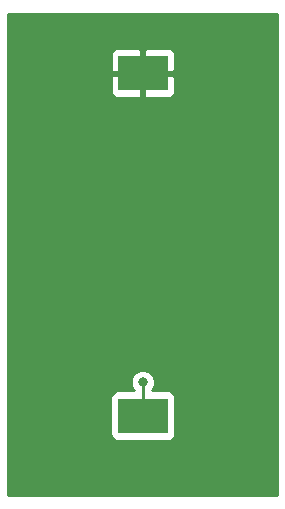
<source format=gbr>
G04 #@! TF.GenerationSoftware,KiCad,Pcbnew,(5.0.0)*
G04 #@! TF.CreationDate,2018-10-15T00:14:37+02:00*
G04 #@! TF.ProjectId,GettingToBlinky,47657474696E67546F426C696E6B792E,rev?*
G04 #@! TF.SameCoordinates,Original*
G04 #@! TF.FileFunction,Copper,L2,Bot,Signal*
G04 #@! TF.FilePolarity,Positive*
%FSLAX46Y46*%
G04 Gerber Fmt 4.6, Leading zero omitted, Abs format (unit mm)*
G04 Created by KiCad (PCBNEW (5.0.0)) date 10/15/18 00:14:37*
%MOMM*%
%LPD*%
G01*
G04 APERTURE LIST*
G04 #@! TA.AperFunction,SMDPad,CuDef*
%ADD10R,4.200000X3.000000*%
G04 #@! TD*
G04 #@! TA.AperFunction,ViaPad*
%ADD11C,0.800000*%
G04 #@! TD*
G04 #@! TA.AperFunction,Conductor*
%ADD12C,0.250000*%
G04 #@! TD*
G04 #@! TA.AperFunction,Conductor*
%ADD13C,0.254000*%
G04 #@! TD*
G04 APERTURE END LIST*
D10*
G04 #@! TO.P,BT1,1*
G04 #@! TO.N,/VDD*
X185900000Y-103050000D03*
G04 #@! TO.P,BT1,2*
G04 #@! TO.N,GND*
X185900000Y-132050000D03*
G04 #@! TD*
D11*
G04 #@! TO.N,/VDD*
X189150000Y-115350000D03*
X191500000Y-112250000D03*
X181150000Y-122650000D03*
G04 #@! TO.N,GND*
X185900000Y-129200000D03*
G04 #@! TD*
D12*
G04 #@! TO.N,/VDD*
X191500000Y-112250000D02*
X191600000Y-112150000D01*
G04 #@! TO.N,GND*
X185900000Y-132050000D02*
X185900000Y-129200000D01*
G04 #@! TD*
D13*
G04 #@! TO.N,/VDD*
G36*
X197290001Y-138790000D02*
X174510000Y-138790000D01*
X174510000Y-130550000D01*
X183152560Y-130550000D01*
X183152560Y-133550000D01*
X183201843Y-133797765D01*
X183342191Y-134007809D01*
X183552235Y-134148157D01*
X183800000Y-134197440D01*
X188000000Y-134197440D01*
X188247765Y-134148157D01*
X188457809Y-134007809D01*
X188598157Y-133797765D01*
X188647440Y-133550000D01*
X188647440Y-130550000D01*
X188598157Y-130302235D01*
X188457809Y-130092191D01*
X188247765Y-129951843D01*
X188000000Y-129902560D01*
X186661151Y-129902560D01*
X186777431Y-129786280D01*
X186935000Y-129405874D01*
X186935000Y-128994126D01*
X186777431Y-128613720D01*
X186486280Y-128322569D01*
X186105874Y-128165000D01*
X185694126Y-128165000D01*
X185313720Y-128322569D01*
X185022569Y-128613720D01*
X184865000Y-128994126D01*
X184865000Y-129405874D01*
X185022569Y-129786280D01*
X185138849Y-129902560D01*
X183800000Y-129902560D01*
X183552235Y-129951843D01*
X183342191Y-130092191D01*
X183201843Y-130302235D01*
X183152560Y-130550000D01*
X174510000Y-130550000D01*
X174510000Y-103335750D01*
X183165000Y-103335750D01*
X183165000Y-104676310D01*
X183261673Y-104909699D01*
X183440302Y-105088327D01*
X183673691Y-105185000D01*
X185614250Y-105185000D01*
X185773000Y-105026250D01*
X185773000Y-103177000D01*
X186027000Y-103177000D01*
X186027000Y-105026250D01*
X186185750Y-105185000D01*
X188126309Y-105185000D01*
X188359698Y-105088327D01*
X188538327Y-104909699D01*
X188635000Y-104676310D01*
X188635000Y-103335750D01*
X188476250Y-103177000D01*
X186027000Y-103177000D01*
X185773000Y-103177000D01*
X183323750Y-103177000D01*
X183165000Y-103335750D01*
X174510000Y-103335750D01*
X174510000Y-101423690D01*
X183165000Y-101423690D01*
X183165000Y-102764250D01*
X183323750Y-102923000D01*
X185773000Y-102923000D01*
X185773000Y-101073750D01*
X186027000Y-101073750D01*
X186027000Y-102923000D01*
X188476250Y-102923000D01*
X188635000Y-102764250D01*
X188635000Y-101423690D01*
X188538327Y-101190301D01*
X188359698Y-101011673D01*
X188126309Y-100915000D01*
X186185750Y-100915000D01*
X186027000Y-101073750D01*
X185773000Y-101073750D01*
X185614250Y-100915000D01*
X183673691Y-100915000D01*
X183440302Y-101011673D01*
X183261673Y-101190301D01*
X183165000Y-101423690D01*
X174510000Y-101423690D01*
X174510000Y-98010000D01*
X197290000Y-98010000D01*
X197290001Y-138790000D01*
X197290001Y-138790000D01*
G37*
X197290001Y-138790000D02*
X174510000Y-138790000D01*
X174510000Y-130550000D01*
X183152560Y-130550000D01*
X183152560Y-133550000D01*
X183201843Y-133797765D01*
X183342191Y-134007809D01*
X183552235Y-134148157D01*
X183800000Y-134197440D01*
X188000000Y-134197440D01*
X188247765Y-134148157D01*
X188457809Y-134007809D01*
X188598157Y-133797765D01*
X188647440Y-133550000D01*
X188647440Y-130550000D01*
X188598157Y-130302235D01*
X188457809Y-130092191D01*
X188247765Y-129951843D01*
X188000000Y-129902560D01*
X186661151Y-129902560D01*
X186777431Y-129786280D01*
X186935000Y-129405874D01*
X186935000Y-128994126D01*
X186777431Y-128613720D01*
X186486280Y-128322569D01*
X186105874Y-128165000D01*
X185694126Y-128165000D01*
X185313720Y-128322569D01*
X185022569Y-128613720D01*
X184865000Y-128994126D01*
X184865000Y-129405874D01*
X185022569Y-129786280D01*
X185138849Y-129902560D01*
X183800000Y-129902560D01*
X183552235Y-129951843D01*
X183342191Y-130092191D01*
X183201843Y-130302235D01*
X183152560Y-130550000D01*
X174510000Y-130550000D01*
X174510000Y-103335750D01*
X183165000Y-103335750D01*
X183165000Y-104676310D01*
X183261673Y-104909699D01*
X183440302Y-105088327D01*
X183673691Y-105185000D01*
X185614250Y-105185000D01*
X185773000Y-105026250D01*
X185773000Y-103177000D01*
X186027000Y-103177000D01*
X186027000Y-105026250D01*
X186185750Y-105185000D01*
X188126309Y-105185000D01*
X188359698Y-105088327D01*
X188538327Y-104909699D01*
X188635000Y-104676310D01*
X188635000Y-103335750D01*
X188476250Y-103177000D01*
X186027000Y-103177000D01*
X185773000Y-103177000D01*
X183323750Y-103177000D01*
X183165000Y-103335750D01*
X174510000Y-103335750D01*
X174510000Y-101423690D01*
X183165000Y-101423690D01*
X183165000Y-102764250D01*
X183323750Y-102923000D01*
X185773000Y-102923000D01*
X185773000Y-101073750D01*
X186027000Y-101073750D01*
X186027000Y-102923000D01*
X188476250Y-102923000D01*
X188635000Y-102764250D01*
X188635000Y-101423690D01*
X188538327Y-101190301D01*
X188359698Y-101011673D01*
X188126309Y-100915000D01*
X186185750Y-100915000D01*
X186027000Y-101073750D01*
X185773000Y-101073750D01*
X185614250Y-100915000D01*
X183673691Y-100915000D01*
X183440302Y-101011673D01*
X183261673Y-101190301D01*
X183165000Y-101423690D01*
X174510000Y-101423690D01*
X174510000Y-98010000D01*
X197290000Y-98010000D01*
X197290001Y-138790000D01*
G04 #@! TD*
M02*

</source>
